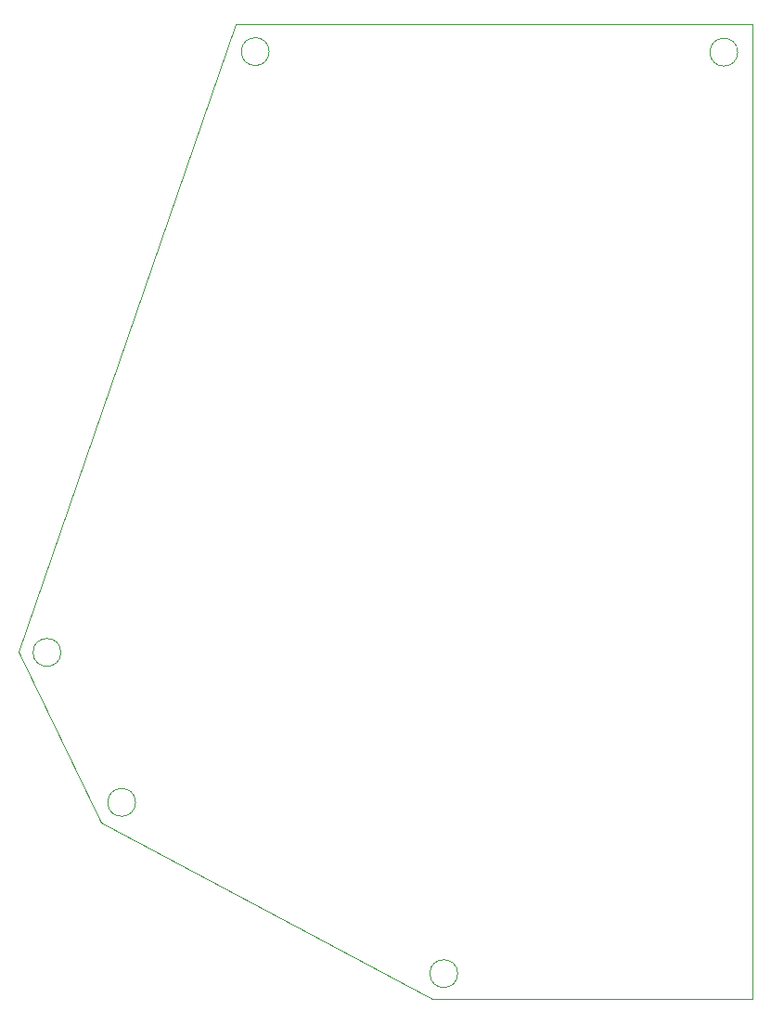
<source format=gbr>
%TF.GenerationSoftware,KiCad,Pcbnew,8.0.0*%
%TF.CreationDate,2024-11-02T12:10:28-04:00*%
%TF.ProjectId,PCB_Draft_2,5043425f-4472-4616-9674-5f322e6b6963,rev?*%
%TF.SameCoordinates,Original*%
%TF.FileFunction,Profile,NP*%
%FSLAX46Y46*%
G04 Gerber Fmt 4.6, Leading zero omitted, Abs format (unit mm)*
G04 Created by KiCad (PCBNEW 8.0.0) date 2024-11-02 12:10:28*
%MOMM*%
%LPD*%
G01*
G04 APERTURE LIST*
%TA.AperFunction,Profile*%
%ADD10C,0.050000*%
%TD*%
G04 APERTURE END LIST*
D10*
X84818809Y-133248320D02*
G75*
G02*
X82278809Y-133248320I-1270000J0D01*
G01*
X82278809Y-133248320D02*
G75*
G02*
X84818809Y-133248320I1270000J0D01*
G01*
X64600000Y-46692790D02*
X44757099Y-103916044D01*
X64600000Y-46692790D02*
X111760000Y-46692790D01*
X110376096Y-49217965D02*
G75*
G02*
X107836096Y-49217965I-1270000J0D01*
G01*
X107836096Y-49217965D02*
G75*
G02*
X110376096Y-49217965I1270000J0D01*
G01*
X111760000Y-135592790D02*
X82550000Y-135592790D01*
X111760000Y-46692790D02*
X111760000Y-135592790D01*
X82547187Y-135595639D02*
X52324000Y-119432790D01*
X44757099Y-103916044D02*
X52324000Y-119432790D01*
X48610021Y-103953322D02*
G75*
G02*
X46070021Y-103953322I-1270000J0D01*
G01*
X46070021Y-103953322D02*
G75*
G02*
X48610021Y-103953322I1270000J0D01*
G01*
X55422909Y-117630356D02*
G75*
G02*
X52882909Y-117630356I-1270000J0D01*
G01*
X52882909Y-117630356D02*
G75*
G02*
X55422909Y-117630356I1270000J0D01*
G01*
X67616944Y-49162885D02*
G75*
G02*
X65076944Y-49162885I-1270000J0D01*
G01*
X65076944Y-49162885D02*
G75*
G02*
X67616944Y-49162885I1270000J0D01*
G01*
M02*

</source>
